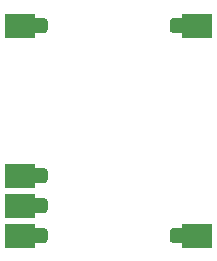
<source format=gbs>
G04 #@! TF.GenerationSoftware,KiCad,Pcbnew,9.0.1+1*
G04 #@! TF.CreationDate,2025-11-11T08:29:37+00:00*
G04 #@! TF.ProjectId,megaphone-low-current-dc-dc-converter,6d656761-7068-46f6-9e65-2d6c6f772d63,0.2*
G04 #@! TF.SameCoordinates,Original*
G04 #@! TF.FileFunction,Soldermask,Bot*
G04 #@! TF.FilePolarity,Negative*
%FSLAX46Y46*%
G04 Gerber Fmt 4.6, Leading zero omitted, Abs format (unit mm)*
G04 Created by KiCad (PCBNEW 9.0.1+1) date 2025-11-11 08:29:37*
%MOMM*%
%LPD*%
G01*
G04 APERTURE LIST*
%ADD10R,2.540000X2.000000*%
G04 APERTURE END LIST*
D10*
X127735000Y-66675000D03*
G36*
G01*
X125410000Y-67050000D02*
X125410000Y-66300000D01*
G75*
G02*
X125660000Y-66050000I250000J0D01*
G01*
X126410000Y-66050000D01*
G75*
G02*
X126660000Y-66300000I0J-250000D01*
G01*
X126660000Y-67050000D01*
G75*
G02*
X126410000Y-67300000I-250000J0D01*
G01*
X125660000Y-67300000D01*
G75*
G02*
X125410000Y-67050000I0J250000D01*
G01*
G37*
X127735000Y-84455000D03*
G36*
G01*
X125410000Y-84830000D02*
X125410000Y-84080000D01*
G75*
G02*
X125660000Y-83830000I250000J0D01*
G01*
X126410000Y-83830000D01*
G75*
G02*
X126660000Y-84080000I0J-250000D01*
G01*
X126660000Y-84830000D01*
G75*
G02*
X126410000Y-85080000I-250000J0D01*
G01*
X125660000Y-85080000D01*
G75*
G02*
X125410000Y-84830000I0J250000D01*
G01*
G37*
G36*
G01*
X113810000Y-67050000D02*
X113810000Y-66300000D01*
G75*
G02*
X114060000Y-66050000I250000J0D01*
G01*
X114810000Y-66050000D01*
G75*
G02*
X115060000Y-66300000I0J-250000D01*
G01*
X115060000Y-67050000D01*
G75*
G02*
X114810000Y-67300000I-250000J0D01*
G01*
X114060000Y-67300000D01*
G75*
G02*
X113810000Y-67050000I0J250000D01*
G01*
G37*
X112735000Y-66675000D03*
G36*
G01*
X113810000Y-79750000D02*
X113810000Y-79000000D01*
G75*
G02*
X114060000Y-78750000I250000J0D01*
G01*
X114810000Y-78750000D01*
G75*
G02*
X115060000Y-79000000I0J-250000D01*
G01*
X115060000Y-79750000D01*
G75*
G02*
X114810000Y-80000000I-250000J0D01*
G01*
X114060000Y-80000000D01*
G75*
G02*
X113810000Y-79750000I0J250000D01*
G01*
G37*
X112735000Y-79375000D03*
G36*
G01*
X113810000Y-82290000D02*
X113810000Y-81540000D01*
G75*
G02*
X114060000Y-81290000I250000J0D01*
G01*
X114810000Y-81290000D01*
G75*
G02*
X115060000Y-81540000I0J-250000D01*
G01*
X115060000Y-82290000D01*
G75*
G02*
X114810000Y-82540000I-250000J0D01*
G01*
X114060000Y-82540000D01*
G75*
G02*
X113810000Y-82290000I0J250000D01*
G01*
G37*
X112735000Y-81915000D03*
G36*
G01*
X113810000Y-84830000D02*
X113810000Y-84080000D01*
G75*
G02*
X114060000Y-83830000I250000J0D01*
G01*
X114810000Y-83830000D01*
G75*
G02*
X115060000Y-84080000I0J-250000D01*
G01*
X115060000Y-84830000D01*
G75*
G02*
X114810000Y-85080000I-250000J0D01*
G01*
X114060000Y-85080000D01*
G75*
G02*
X113810000Y-84830000I0J250000D01*
G01*
G37*
X112735000Y-84455000D03*
M02*

</source>
